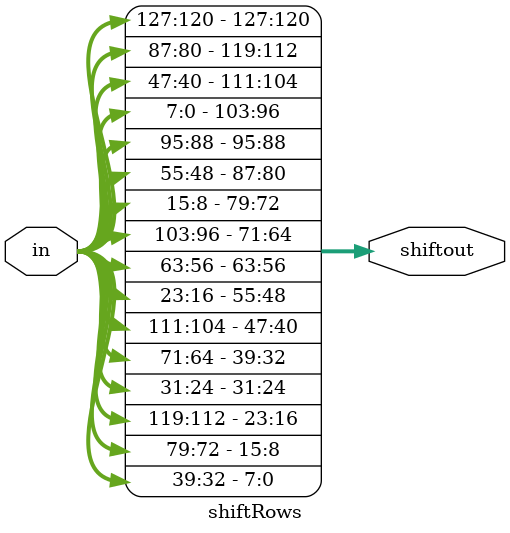
<source format=v>
module shiftRows(//ÇALIŞIYOR
    input [127:0] in,
    output [127:0] shiftout
    );
     
    assign shiftout[127:120] = in[127:120]; // b00
    assign shiftout[ 95: 88] = in[ 95: 88]; // b01
    assign shiftout[ 63: 56] = in[ 63: 56]; // b02
    assign shiftout[ 31: 24] = in[ 31: 24]; // b03

    // 2. satır (1 sola kaydırılır)
    assign shiftout[119:112] = in[ 87: 80]; // b11 -> b10
    assign shiftout[ 87: 80] = in[ 55: 48]; // b12 -> b11
    assign shiftout[ 55: 48] = in[ 23: 16]; // b13 -> b12
    assign shiftout[ 23: 16] = in[119:112]; // b10 -> b13

    // 3. satır (2 sola kaydırılır)
    assign shiftout[111:104] = in[ 47: 40]; // b22 -> b20
    assign shiftout[ 79: 72] = in[ 15:  8]; // b23 -> b21
    assign shiftout[ 47: 40] = in[111:104]; // b20 -> b22
    assign shiftout[ 15:  8] = in[ 79: 72]; // b21 -> b23

    // 4. satır (3 sola kaydırılır)
    assign shiftout[103: 96] = in[  7:  0]; // b33 -> b30
    assign shiftout[ 71: 64] = in[103: 96]; // b30 -> b31
    assign shiftout[ 39: 32] = in[ 71: 64]; // b31 -> b32
    assign shiftout[  7:  0] = in[ 39: 32]; // b32 -> b33

    
endmodule

</source>
